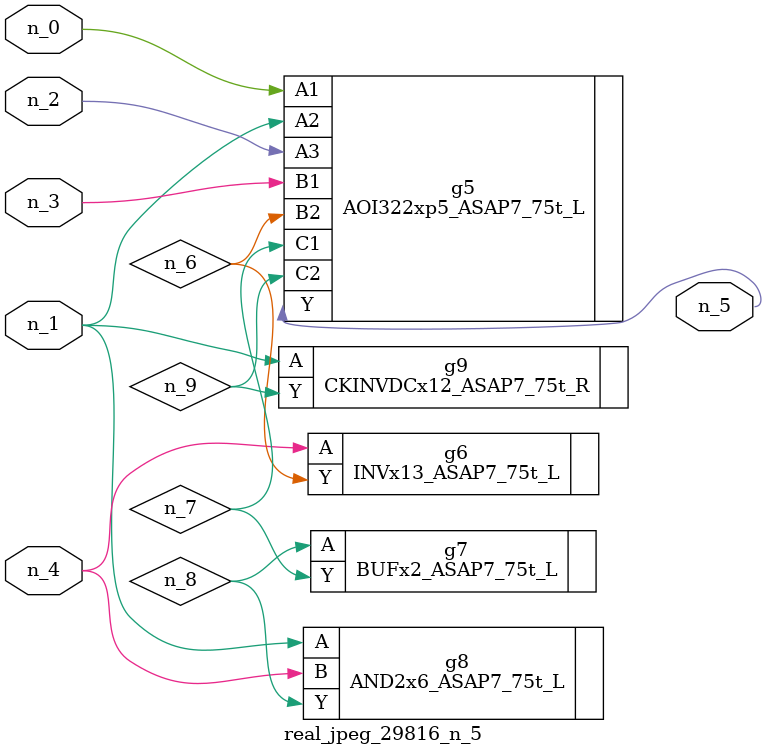
<source format=v>
module real_jpeg_29816_n_5 (n_4, n_0, n_1, n_2, n_3, n_5);

input n_4;
input n_0;
input n_1;
input n_2;
input n_3;

output n_5;

wire n_8;
wire n_6;
wire n_7;
wire n_9;

AOI322xp5_ASAP7_75t_L g5 ( 
.A1(n_0),
.A2(n_1),
.A3(n_2),
.B1(n_3),
.B2(n_6),
.C1(n_7),
.C2(n_9),
.Y(n_5)
);

AND2x6_ASAP7_75t_L g8 ( 
.A(n_1),
.B(n_4),
.Y(n_8)
);

CKINVDCx12_ASAP7_75t_R g9 ( 
.A(n_1),
.Y(n_9)
);

INVx13_ASAP7_75t_L g6 ( 
.A(n_4),
.Y(n_6)
);

BUFx2_ASAP7_75t_L g7 ( 
.A(n_8),
.Y(n_7)
);


endmodule
</source>
